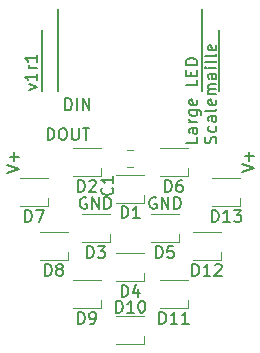
<source format=gbr>
G04 #@! TF.GenerationSoftware,KiCad,Pcbnew,(5.99.0-10027-g0561ce903e)*
G04 #@! TF.CreationDate,2021-09-03T22:07:34-07:00*
G04 #@! TF.ProjectId,scale_cca,7363616c-655f-4636-9361-2e6b69636164,v1r0*
G04 #@! TF.SameCoordinates,Original*
G04 #@! TF.FileFunction,Legend,Top*
G04 #@! TF.FilePolarity,Positive*
%FSLAX46Y46*%
G04 Gerber Fmt 4.6, Leading zero omitted, Abs format (unit mm)*
G04 Created by KiCad (PCBNEW (5.99.0-10027-g0561ce903e)) date 2021-09-03 22:07:34*
%MOMM*%
%LPD*%
G01*
G04 APERTURE LIST*
%ADD10C,0.150000*%
%ADD11C,0.120000*%
G04 APERTURE END LIST*
D10*
X44005500Y-37592000D02*
X44005500Y-32385000D01*
X30416500Y-37592000D02*
X30416500Y-30607000D01*
X42608500Y-37592000D02*
X42608500Y-30607000D01*
X29019500Y-37592000D02*
X29019500Y-32385000D01*
X42192380Y-41479214D02*
X42192380Y-41955404D01*
X41192380Y-41955404D01*
X42192380Y-40717309D02*
X41668571Y-40717309D01*
X41573333Y-40764928D01*
X41525714Y-40860166D01*
X41525714Y-41050642D01*
X41573333Y-41145880D01*
X42144761Y-40717309D02*
X42192380Y-40812547D01*
X42192380Y-41050642D01*
X42144761Y-41145880D01*
X42049523Y-41193500D01*
X41954285Y-41193500D01*
X41859047Y-41145880D01*
X41811428Y-41050642D01*
X41811428Y-40812547D01*
X41763809Y-40717309D01*
X42192380Y-40241119D02*
X41525714Y-40241119D01*
X41716190Y-40241119D02*
X41620952Y-40193500D01*
X41573333Y-40145880D01*
X41525714Y-40050642D01*
X41525714Y-39955404D01*
X41525714Y-39193500D02*
X42335238Y-39193500D01*
X42430476Y-39241119D01*
X42478095Y-39288738D01*
X42525714Y-39383976D01*
X42525714Y-39526833D01*
X42478095Y-39622071D01*
X42144761Y-39193500D02*
X42192380Y-39288738D01*
X42192380Y-39479214D01*
X42144761Y-39574452D01*
X42097142Y-39622071D01*
X42001904Y-39669690D01*
X41716190Y-39669690D01*
X41620952Y-39622071D01*
X41573333Y-39574452D01*
X41525714Y-39479214D01*
X41525714Y-39288738D01*
X41573333Y-39193500D01*
X42144761Y-38336357D02*
X42192380Y-38431595D01*
X42192380Y-38622071D01*
X42144761Y-38717309D01*
X42049523Y-38764928D01*
X41668571Y-38764928D01*
X41573333Y-38717309D01*
X41525714Y-38622071D01*
X41525714Y-38431595D01*
X41573333Y-38336357D01*
X41668571Y-38288738D01*
X41763809Y-38288738D01*
X41859047Y-38764928D01*
X42192380Y-36622071D02*
X42192380Y-37098261D01*
X41192380Y-37098261D01*
X41668571Y-36288738D02*
X41668571Y-35955404D01*
X42192380Y-35812547D02*
X42192380Y-36288738D01*
X41192380Y-36288738D01*
X41192380Y-35812547D01*
X42192380Y-35383976D02*
X41192380Y-35383976D01*
X41192380Y-35145880D01*
X41240000Y-35003023D01*
X41335238Y-34907785D01*
X41430476Y-34860166D01*
X41620952Y-34812547D01*
X41763809Y-34812547D01*
X41954285Y-34860166D01*
X42049523Y-34907785D01*
X42144761Y-35003023D01*
X42192380Y-35145880D01*
X42192380Y-35383976D01*
X43754761Y-42003023D02*
X43802380Y-41860166D01*
X43802380Y-41622071D01*
X43754761Y-41526833D01*
X43707142Y-41479214D01*
X43611904Y-41431595D01*
X43516666Y-41431595D01*
X43421428Y-41479214D01*
X43373809Y-41526833D01*
X43326190Y-41622071D01*
X43278571Y-41812547D01*
X43230952Y-41907785D01*
X43183333Y-41955404D01*
X43088095Y-42003023D01*
X42992857Y-42003023D01*
X42897619Y-41955404D01*
X42850000Y-41907785D01*
X42802380Y-41812547D01*
X42802380Y-41574452D01*
X42850000Y-41431595D01*
X43754761Y-40574452D02*
X43802380Y-40669690D01*
X43802380Y-40860166D01*
X43754761Y-40955404D01*
X43707142Y-41003023D01*
X43611904Y-41050642D01*
X43326190Y-41050642D01*
X43230952Y-41003023D01*
X43183333Y-40955404D01*
X43135714Y-40860166D01*
X43135714Y-40669690D01*
X43183333Y-40574452D01*
X43802380Y-39717309D02*
X43278571Y-39717309D01*
X43183333Y-39764928D01*
X43135714Y-39860166D01*
X43135714Y-40050642D01*
X43183333Y-40145880D01*
X43754761Y-39717309D02*
X43802380Y-39812547D01*
X43802380Y-40050642D01*
X43754761Y-40145880D01*
X43659523Y-40193500D01*
X43564285Y-40193500D01*
X43469047Y-40145880D01*
X43421428Y-40050642D01*
X43421428Y-39812547D01*
X43373809Y-39717309D01*
X43802380Y-39098261D02*
X43754761Y-39193500D01*
X43659523Y-39241119D01*
X42802380Y-39241119D01*
X43754761Y-38336357D02*
X43802380Y-38431595D01*
X43802380Y-38622071D01*
X43754761Y-38717309D01*
X43659523Y-38764928D01*
X43278571Y-38764928D01*
X43183333Y-38717309D01*
X43135714Y-38622071D01*
X43135714Y-38431595D01*
X43183333Y-38336357D01*
X43278571Y-38288738D01*
X43373809Y-38288738D01*
X43469047Y-38764928D01*
X43802380Y-37860166D02*
X43135714Y-37860166D01*
X43230952Y-37860166D02*
X43183333Y-37812547D01*
X43135714Y-37717309D01*
X43135714Y-37574452D01*
X43183333Y-37479214D01*
X43278571Y-37431595D01*
X43802380Y-37431595D01*
X43278571Y-37431595D02*
X43183333Y-37383976D01*
X43135714Y-37288738D01*
X43135714Y-37145880D01*
X43183333Y-37050642D01*
X43278571Y-37003023D01*
X43802380Y-37003023D01*
X43802380Y-36098261D02*
X43278571Y-36098261D01*
X43183333Y-36145880D01*
X43135714Y-36241119D01*
X43135714Y-36431595D01*
X43183333Y-36526833D01*
X43754761Y-36098261D02*
X43802380Y-36193500D01*
X43802380Y-36431595D01*
X43754761Y-36526833D01*
X43659523Y-36574452D01*
X43564285Y-36574452D01*
X43469047Y-36526833D01*
X43421428Y-36431595D01*
X43421428Y-36193500D01*
X43373809Y-36098261D01*
X43802380Y-35622071D02*
X43135714Y-35622071D01*
X42802380Y-35622071D02*
X42850000Y-35669690D01*
X42897619Y-35622071D01*
X42850000Y-35574452D01*
X42802380Y-35622071D01*
X42897619Y-35622071D01*
X43802380Y-35003023D02*
X43754761Y-35098261D01*
X43659523Y-35145880D01*
X42802380Y-35145880D01*
X43802380Y-34479214D02*
X43754761Y-34574452D01*
X43659523Y-34622071D01*
X42802380Y-34622071D01*
X43754761Y-33717309D02*
X43802380Y-33812547D01*
X43802380Y-34003023D01*
X43754761Y-34098261D01*
X43659523Y-34145880D01*
X43278571Y-34145880D01*
X43183333Y-34098261D01*
X43135714Y-34003023D01*
X43135714Y-33812547D01*
X43183333Y-33717309D01*
X43278571Y-33669690D01*
X43373809Y-33669690D01*
X43469047Y-34145880D01*
X27916214Y-37478642D02*
X28582880Y-37240547D01*
X27916214Y-37002452D01*
X28582880Y-36097690D02*
X28582880Y-36669119D01*
X28582880Y-36383404D02*
X27582880Y-36383404D01*
X27725738Y-36478642D01*
X27820976Y-36573880D01*
X27868595Y-36669119D01*
X28582880Y-35669119D02*
X27916214Y-35669119D01*
X28106690Y-35669119D02*
X28011452Y-35621500D01*
X27963833Y-35573880D01*
X27916214Y-35478642D01*
X27916214Y-35383404D01*
X28582880Y-34526261D02*
X28582880Y-35097690D01*
X28582880Y-34811976D02*
X27582880Y-34811976D01*
X27725738Y-34907214D01*
X27820976Y-35002452D01*
X27868595Y-35097690D01*
X38699535Y-46617000D02*
X38604297Y-46569380D01*
X38461440Y-46569380D01*
X38318582Y-46617000D01*
X38223344Y-46712238D01*
X38175725Y-46807476D01*
X38128106Y-46997952D01*
X38128106Y-47140809D01*
X38175725Y-47331285D01*
X38223344Y-47426523D01*
X38318582Y-47521761D01*
X38461440Y-47569380D01*
X38556678Y-47569380D01*
X38699535Y-47521761D01*
X38747154Y-47474142D01*
X38747154Y-47140809D01*
X38556678Y-47140809D01*
X39175725Y-47569380D02*
X39175725Y-46569380D01*
X39747154Y-47569380D01*
X39747154Y-46569380D01*
X40223344Y-47569380D02*
X40223344Y-46569380D01*
X40461440Y-46569380D01*
X40604297Y-46617000D01*
X40699535Y-46712238D01*
X40747154Y-46807476D01*
X40794773Y-46997952D01*
X40794773Y-47140809D01*
X40747154Y-47331285D01*
X40699535Y-47426523D01*
X40604297Y-47521761D01*
X40461440Y-47569380D01*
X40223344Y-47569380D01*
X39457404Y-46113380D02*
X39457404Y-45113380D01*
X39695500Y-45113380D01*
X39838357Y-45161000D01*
X39933595Y-45256238D01*
X39981214Y-45351476D01*
X40028833Y-45541952D01*
X40028833Y-45684809D01*
X39981214Y-45875285D01*
X39933595Y-45970523D01*
X39838357Y-46065761D01*
X39695500Y-46113380D01*
X39457404Y-46113380D01*
X40885976Y-45113380D02*
X40695500Y-45113380D01*
X40600261Y-45161000D01*
X40552642Y-45208619D01*
X40457404Y-45351476D01*
X40409785Y-45541952D01*
X40409785Y-45922904D01*
X40457404Y-46018142D01*
X40505023Y-46065761D01*
X40600261Y-46113380D01*
X40790738Y-46113380D01*
X40885976Y-46065761D01*
X40933595Y-46018142D01*
X40981214Y-45922904D01*
X40981214Y-45684809D01*
X40933595Y-45589571D01*
X40885976Y-45541952D01*
X40790738Y-45494333D01*
X40600261Y-45494333D01*
X40505023Y-45541952D01*
X40457404Y-45589571D01*
X40409785Y-45684809D01*
X29519523Y-41727368D02*
X29519523Y-40727368D01*
X29757619Y-40727368D01*
X29900476Y-40774988D01*
X29995714Y-40870226D01*
X30043333Y-40965464D01*
X30090952Y-41155940D01*
X30090952Y-41298797D01*
X30043333Y-41489273D01*
X29995714Y-41584511D01*
X29900476Y-41679749D01*
X29757619Y-41727368D01*
X29519523Y-41727368D01*
X30710000Y-40727368D02*
X30900476Y-40727368D01*
X30995714Y-40774988D01*
X31090952Y-40870226D01*
X31138571Y-41060702D01*
X31138571Y-41394035D01*
X31090952Y-41584511D01*
X30995714Y-41679749D01*
X30900476Y-41727368D01*
X30710000Y-41727368D01*
X30614761Y-41679749D01*
X30519523Y-41584511D01*
X30471904Y-41394035D01*
X30471904Y-41060702D01*
X30519523Y-40870226D01*
X30614761Y-40774988D01*
X30710000Y-40727368D01*
X31567142Y-40727368D02*
X31567142Y-41536892D01*
X31614761Y-41632130D01*
X31662380Y-41679749D01*
X31757619Y-41727368D01*
X31948095Y-41727368D01*
X32043333Y-41679749D01*
X32090952Y-41632130D01*
X32138571Y-41536892D01*
X32138571Y-40727368D01*
X32471904Y-40727368D02*
X33043333Y-40727368D01*
X32757619Y-41727368D02*
X32757619Y-40727368D01*
X26084626Y-44503586D02*
X27084626Y-44170253D01*
X26084626Y-43836920D01*
X26703674Y-43503586D02*
X26703674Y-42741682D01*
X27084626Y-43122634D02*
X26322722Y-43122634D01*
X32853404Y-51701380D02*
X32853404Y-50701380D01*
X33091500Y-50701380D01*
X33234357Y-50749000D01*
X33329595Y-50844238D01*
X33377214Y-50939476D01*
X33424833Y-51129952D01*
X33424833Y-51272809D01*
X33377214Y-51463285D01*
X33329595Y-51558523D01*
X33234357Y-51653761D01*
X33091500Y-51701380D01*
X32853404Y-51701380D01*
X33758166Y-50701380D02*
X34377214Y-50701380D01*
X34043880Y-51082333D01*
X34186738Y-51082333D01*
X34281976Y-51129952D01*
X34329595Y-51177571D01*
X34377214Y-51272809D01*
X34377214Y-51510904D01*
X34329595Y-51606142D01*
X34281976Y-51653761D01*
X34186738Y-51701380D01*
X33901023Y-51701380D01*
X33805785Y-51653761D01*
X33758166Y-51606142D01*
X29297404Y-53225380D02*
X29297404Y-52225380D01*
X29535500Y-52225380D01*
X29678357Y-52273000D01*
X29773595Y-52368238D01*
X29821214Y-52463476D01*
X29868833Y-52653952D01*
X29868833Y-52796809D01*
X29821214Y-52987285D01*
X29773595Y-53082523D01*
X29678357Y-53177761D01*
X29535500Y-53225380D01*
X29297404Y-53225380D01*
X30440261Y-52653952D02*
X30345023Y-52606333D01*
X30297404Y-52558714D01*
X30249785Y-52463476D01*
X30249785Y-52415857D01*
X30297404Y-52320619D01*
X30345023Y-52273000D01*
X30440261Y-52225380D01*
X30630738Y-52225380D01*
X30725976Y-52273000D01*
X30773595Y-52320619D01*
X30821214Y-52415857D01*
X30821214Y-52463476D01*
X30773595Y-52558714D01*
X30725976Y-52606333D01*
X30630738Y-52653952D01*
X30440261Y-52653952D01*
X30345023Y-52701571D01*
X30297404Y-52749190D01*
X30249785Y-52844428D01*
X30249785Y-53034904D01*
X30297404Y-53130142D01*
X30345023Y-53177761D01*
X30440261Y-53225380D01*
X30630738Y-53225380D01*
X30725976Y-53177761D01*
X30773595Y-53130142D01*
X30821214Y-53034904D01*
X30821214Y-52844428D01*
X30773595Y-52749190D01*
X30725976Y-52701571D01*
X30630738Y-52653952D01*
X32091404Y-46113380D02*
X32091404Y-45113380D01*
X32329500Y-45113380D01*
X32472357Y-45161000D01*
X32567595Y-45256238D01*
X32615214Y-45351476D01*
X32662833Y-45541952D01*
X32662833Y-45684809D01*
X32615214Y-45875285D01*
X32567595Y-45970523D01*
X32472357Y-46065761D01*
X32329500Y-46113380D01*
X32091404Y-46113380D01*
X33043785Y-45208619D02*
X33091404Y-45161000D01*
X33186642Y-45113380D01*
X33424738Y-45113380D01*
X33519976Y-45161000D01*
X33567595Y-45208619D01*
X33615214Y-45303857D01*
X33615214Y-45399095D01*
X33567595Y-45541952D01*
X32996166Y-46113380D01*
X33615214Y-46113380D01*
X38695404Y-51701380D02*
X38695404Y-50701380D01*
X38933500Y-50701380D01*
X39076357Y-50749000D01*
X39171595Y-50844238D01*
X39219214Y-50939476D01*
X39266833Y-51129952D01*
X39266833Y-51272809D01*
X39219214Y-51463285D01*
X39171595Y-51558523D01*
X39076357Y-51653761D01*
X38933500Y-51701380D01*
X38695404Y-51701380D01*
X40171595Y-50701380D02*
X39695404Y-50701380D01*
X39647785Y-51177571D01*
X39695404Y-51129952D01*
X39790642Y-51082333D01*
X40028738Y-51082333D01*
X40123976Y-51129952D01*
X40171595Y-51177571D01*
X40219214Y-51272809D01*
X40219214Y-51510904D01*
X40171595Y-51606142D01*
X40123976Y-51653761D01*
X40028738Y-51701380D01*
X39790642Y-51701380D01*
X39695404Y-51653761D01*
X39647785Y-51606142D01*
X43426214Y-48653380D02*
X43426214Y-47653380D01*
X43664309Y-47653380D01*
X43807166Y-47701000D01*
X43902404Y-47796238D01*
X43950023Y-47891476D01*
X43997642Y-48081952D01*
X43997642Y-48224809D01*
X43950023Y-48415285D01*
X43902404Y-48510523D01*
X43807166Y-48605761D01*
X43664309Y-48653380D01*
X43426214Y-48653380D01*
X44950023Y-48653380D02*
X44378595Y-48653380D01*
X44664309Y-48653380D02*
X44664309Y-47653380D01*
X44569071Y-47796238D01*
X44473833Y-47891476D01*
X44378595Y-47939095D01*
X45283357Y-47653380D02*
X45902404Y-47653380D01*
X45569071Y-48034333D01*
X45711928Y-48034333D01*
X45807166Y-48081952D01*
X45854785Y-48129571D01*
X45902404Y-48224809D01*
X45902404Y-48462904D01*
X45854785Y-48558142D01*
X45807166Y-48605761D01*
X45711928Y-48653380D01*
X45426214Y-48653380D01*
X45330976Y-48605761D01*
X45283357Y-48558142D01*
X30996190Y-39202769D02*
X30996190Y-38202769D01*
X31234285Y-38202769D01*
X31377142Y-38250389D01*
X31472380Y-38345627D01*
X31520000Y-38440865D01*
X31567619Y-38631341D01*
X31567619Y-38774198D01*
X31520000Y-38964674D01*
X31472380Y-39059912D01*
X31377142Y-39155150D01*
X31234285Y-39202769D01*
X30996190Y-39202769D01*
X31996190Y-39202769D02*
X31996190Y-38202769D01*
X32472380Y-39202769D02*
X32472380Y-38202769D01*
X33043809Y-39202769D01*
X33043809Y-38202769D01*
X32091404Y-57289380D02*
X32091404Y-56289380D01*
X32329500Y-56289380D01*
X32472357Y-56337000D01*
X32567595Y-56432238D01*
X32615214Y-56527476D01*
X32662833Y-56717952D01*
X32662833Y-56860809D01*
X32615214Y-57051285D01*
X32567595Y-57146523D01*
X32472357Y-57241761D01*
X32329500Y-57289380D01*
X32091404Y-57289380D01*
X33139023Y-57289380D02*
X33329500Y-57289380D01*
X33424738Y-57241761D01*
X33472357Y-57194142D01*
X33567595Y-57051285D01*
X33615214Y-56860809D01*
X33615214Y-56479857D01*
X33567595Y-56384619D01*
X33519976Y-56337000D01*
X33424738Y-56289380D01*
X33234261Y-56289380D01*
X33139023Y-56337000D01*
X33091404Y-56384619D01*
X33043785Y-56479857D01*
X33043785Y-56717952D01*
X33091404Y-56813190D01*
X33139023Y-56860809D01*
X33234261Y-56908428D01*
X33424738Y-56908428D01*
X33519976Y-56860809D01*
X33567595Y-56813190D01*
X33615214Y-56717952D01*
X34964642Y-45759666D02*
X35012261Y-45807285D01*
X35059880Y-45950142D01*
X35059880Y-46045380D01*
X35012261Y-46188238D01*
X34917023Y-46283476D01*
X34821785Y-46331095D01*
X34631309Y-46378714D01*
X34488452Y-46378714D01*
X34297976Y-46331095D01*
X34202738Y-46283476D01*
X34107500Y-46188238D01*
X34059880Y-46045380D01*
X34059880Y-45950142D01*
X34107500Y-45807285D01*
X34155119Y-45759666D01*
X35059880Y-44807285D02*
X35059880Y-45378714D01*
X35059880Y-45093000D02*
X34059880Y-45093000D01*
X34202738Y-45188238D01*
X34297976Y-45283476D01*
X34345595Y-45378714D01*
X35774404Y-55003380D02*
X35774404Y-54003380D01*
X36012500Y-54003380D01*
X36155357Y-54051000D01*
X36250595Y-54146238D01*
X36298214Y-54241476D01*
X36345833Y-54431952D01*
X36345833Y-54574809D01*
X36298214Y-54765285D01*
X36250595Y-54860523D01*
X36155357Y-54955761D01*
X36012500Y-55003380D01*
X35774404Y-55003380D01*
X37202976Y-54336714D02*
X37202976Y-55003380D01*
X36964880Y-53955761D02*
X36726785Y-54670047D01*
X37345833Y-54670047D01*
X35298214Y-56332380D02*
X35298214Y-55332380D01*
X35536309Y-55332380D01*
X35679166Y-55380000D01*
X35774404Y-55475238D01*
X35822023Y-55570476D01*
X35869642Y-55760952D01*
X35869642Y-55903809D01*
X35822023Y-56094285D01*
X35774404Y-56189523D01*
X35679166Y-56284761D01*
X35536309Y-56332380D01*
X35298214Y-56332380D01*
X36822023Y-56332380D02*
X36250595Y-56332380D01*
X36536309Y-56332380D02*
X36536309Y-55332380D01*
X36441071Y-55475238D01*
X36345833Y-55570476D01*
X36250595Y-55618095D01*
X37441071Y-55332380D02*
X37536309Y-55332380D01*
X37631547Y-55380000D01*
X37679166Y-55427619D01*
X37726785Y-55522857D01*
X37774404Y-55713333D01*
X37774404Y-55951428D01*
X37726785Y-56141904D01*
X37679166Y-56237142D01*
X37631547Y-56284761D01*
X37536309Y-56332380D01*
X37441071Y-56332380D01*
X37345833Y-56284761D01*
X37298214Y-56237142D01*
X37250595Y-56141904D01*
X37202976Y-55951428D01*
X37202976Y-55713333D01*
X37250595Y-55522857D01*
X37298214Y-55427619D01*
X37345833Y-55380000D01*
X37441071Y-55332380D01*
X35774404Y-48331380D02*
X35774404Y-47331380D01*
X36012500Y-47331380D01*
X36155357Y-47379000D01*
X36250595Y-47474238D01*
X36298214Y-47569476D01*
X36345833Y-47759952D01*
X36345833Y-47902809D01*
X36298214Y-48093285D01*
X36250595Y-48188523D01*
X36155357Y-48283761D01*
X36012500Y-48331380D01*
X35774404Y-48331380D01*
X37298214Y-48331380D02*
X36726785Y-48331380D01*
X37012500Y-48331380D02*
X37012500Y-47331380D01*
X36917261Y-47474238D01*
X36822023Y-47569476D01*
X36726785Y-47617095D01*
X45947080Y-44462580D02*
X46947080Y-44129247D01*
X45947080Y-43795914D01*
X46566128Y-43462580D02*
X46566128Y-42700676D01*
X46947080Y-43081628D02*
X46185176Y-43081628D01*
X27620004Y-48652580D02*
X27620004Y-47652580D01*
X27858100Y-47652580D01*
X28000957Y-47700200D01*
X28096195Y-47795438D01*
X28143814Y-47890676D01*
X28191433Y-48081152D01*
X28191433Y-48224009D01*
X28143814Y-48414485D01*
X28096195Y-48509723D01*
X28000957Y-48604961D01*
X27858100Y-48652580D01*
X27620004Y-48652580D01*
X28524766Y-47652580D02*
X29191433Y-47652580D01*
X28762861Y-48652580D01*
X38981214Y-57289380D02*
X38981214Y-56289380D01*
X39219309Y-56289380D01*
X39362166Y-56337000D01*
X39457404Y-56432238D01*
X39505023Y-56527476D01*
X39552642Y-56717952D01*
X39552642Y-56860809D01*
X39505023Y-57051285D01*
X39457404Y-57146523D01*
X39362166Y-57241761D01*
X39219309Y-57289380D01*
X38981214Y-57289380D01*
X40505023Y-57289380D02*
X39933595Y-57289380D01*
X40219309Y-57289380D02*
X40219309Y-56289380D01*
X40124071Y-56432238D01*
X40028833Y-56527476D01*
X39933595Y-56575095D01*
X41457404Y-57289380D02*
X40885976Y-57289380D01*
X41171690Y-57289380D02*
X41171690Y-56289380D01*
X41076452Y-56432238D01*
X40981214Y-56527476D01*
X40885976Y-56575095D01*
X32801655Y-46617000D02*
X32706417Y-46569380D01*
X32563560Y-46569380D01*
X32420702Y-46617000D01*
X32325464Y-46712238D01*
X32277845Y-46807476D01*
X32230226Y-46997952D01*
X32230226Y-47140809D01*
X32277845Y-47331285D01*
X32325464Y-47426523D01*
X32420702Y-47521761D01*
X32563560Y-47569380D01*
X32658798Y-47569380D01*
X32801655Y-47521761D01*
X32849274Y-47474142D01*
X32849274Y-47140809D01*
X32658798Y-47140809D01*
X33277845Y-47569380D02*
X33277845Y-46569380D01*
X33849274Y-47569380D01*
X33849274Y-46569380D01*
X34325464Y-47569380D02*
X34325464Y-46569380D01*
X34563560Y-46569380D01*
X34706417Y-46617000D01*
X34801655Y-46712238D01*
X34849274Y-46807476D01*
X34896893Y-46997952D01*
X34896893Y-47140809D01*
X34849274Y-47331285D01*
X34801655Y-47426523D01*
X34706417Y-47521761D01*
X34563560Y-47569380D01*
X34325464Y-47569380D01*
X41775214Y-53225380D02*
X41775214Y-52225380D01*
X42013309Y-52225380D01*
X42156166Y-52273000D01*
X42251404Y-52368238D01*
X42299023Y-52463476D01*
X42346642Y-52653952D01*
X42346642Y-52796809D01*
X42299023Y-52987285D01*
X42251404Y-53082523D01*
X42156166Y-53177761D01*
X42013309Y-53225380D01*
X41775214Y-53225380D01*
X43299023Y-53225380D02*
X42727595Y-53225380D01*
X43013309Y-53225380D02*
X43013309Y-52225380D01*
X42918071Y-52368238D01*
X42822833Y-52463476D01*
X42727595Y-52511095D01*
X43679976Y-52320619D02*
X43727595Y-52273000D01*
X43822833Y-52225380D01*
X44060928Y-52225380D01*
X44156166Y-52273000D01*
X44203785Y-52320619D01*
X44251404Y-52415857D01*
X44251404Y-52511095D01*
X44203785Y-52653952D01*
X43632357Y-53225380D01*
X44251404Y-53225380D01*
D11*
X38995500Y-44761000D02*
X41395500Y-44761000D01*
X41395500Y-44761000D02*
X41395500Y-44061000D01*
X38995500Y-42361000D02*
X41395500Y-42361000D01*
X32391500Y-47949000D02*
X34791500Y-47949000D01*
X32391500Y-50349000D02*
X34791500Y-50349000D01*
X34791500Y-50349000D02*
X34791500Y-49649000D01*
X28835500Y-51873000D02*
X31235500Y-51873000D01*
X28835500Y-49473000D02*
X31235500Y-49473000D01*
X31235500Y-51873000D02*
X31235500Y-51173000D01*
X34029500Y-44761000D02*
X34029500Y-44061000D01*
X31629500Y-42361000D02*
X34029500Y-42361000D01*
X31629500Y-44761000D02*
X34029500Y-44761000D01*
X38233500Y-47949000D02*
X40633500Y-47949000D01*
X38233500Y-50349000D02*
X40633500Y-50349000D01*
X40633500Y-50349000D02*
X40633500Y-49649000D01*
X43440500Y-47301000D02*
X45840500Y-47301000D01*
X45840500Y-47301000D02*
X45840500Y-46601000D01*
X43440500Y-44901000D02*
X45840500Y-44901000D01*
X31629500Y-53537000D02*
X34029500Y-53537000D01*
X34029500Y-55937000D02*
X34029500Y-55237000D01*
X31629500Y-55937000D02*
X34029500Y-55937000D01*
X36251248Y-44042000D02*
X36773752Y-44042000D01*
X36251248Y-42572000D02*
X36773752Y-42572000D01*
X35312500Y-53651000D02*
X37712500Y-53651000D01*
X35312500Y-51251000D02*
X37712500Y-51251000D01*
X37712500Y-53651000D02*
X37712500Y-52951000D01*
X35312500Y-58985000D02*
X37712500Y-58985000D01*
X37712500Y-58985000D02*
X37712500Y-58285000D01*
X35312500Y-56585000D02*
X37712500Y-56585000D01*
X35312500Y-47047000D02*
X37712500Y-47047000D01*
X37712500Y-47047000D02*
X37712500Y-46347000D01*
X35312500Y-44647000D02*
X37712500Y-44647000D01*
X27184500Y-47301000D02*
X29584500Y-47301000D01*
X27184500Y-44901000D02*
X29584500Y-44901000D01*
X29584500Y-47301000D02*
X29584500Y-46601000D01*
X38995500Y-53537000D02*
X41395500Y-53537000D01*
X38995500Y-55937000D02*
X41395500Y-55937000D01*
X41395500Y-55937000D02*
X41395500Y-55237000D01*
X41789500Y-49473000D02*
X44189500Y-49473000D01*
X41789500Y-51873000D02*
X44189500Y-51873000D01*
X44189500Y-51873000D02*
X44189500Y-51173000D01*
M02*

</source>
